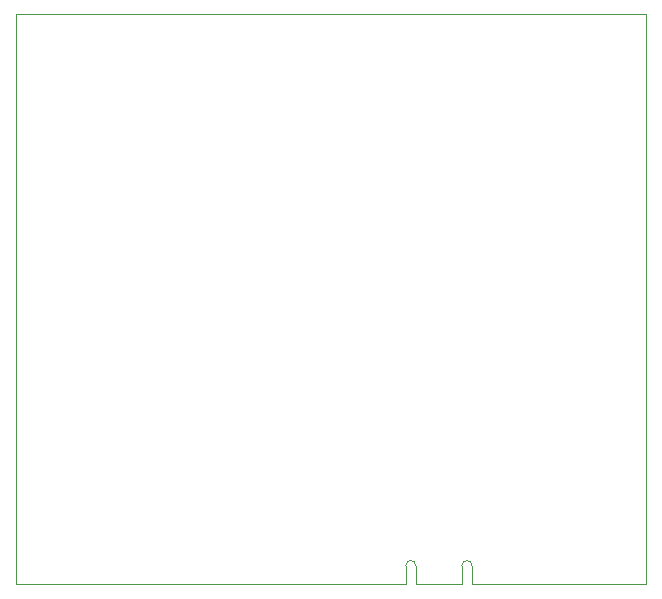
<source format=gm1>
G04 #@! TF.GenerationSoftware,KiCad,Pcbnew,(5.1.10)-1*
G04 #@! TF.CreationDate,2021-12-04T16:44:40+01:00*
G04 #@! TF.ProjectId,nRF52832_development_board_schematic,6e524635-3238-4333-925f-646576656c6f,1*
G04 #@! TF.SameCoordinates,Original*
G04 #@! TF.FileFunction,Profile,NP*
%FSLAX46Y46*%
G04 Gerber Fmt 4.6, Leading zero omitted, Abs format (unit mm)*
G04 Created by KiCad (PCBNEW (5.1.10)-1) date 2021-12-04 16:44:40*
%MOMM*%
%LPD*%
G01*
G04 APERTURE LIST*
G04 #@! TA.AperFunction,Profile*
%ADD10C,0.038100*%
G04 #@! TD*
G04 #@! TA.AperFunction,Profile*
%ADD11C,0.100000*%
G04 #@! TD*
G04 APERTURE END LIST*
D10*
X66040000Y-109220000D02*
X64950000Y-109220000D01*
X57220000Y-109220000D02*
X57450000Y-109220000D01*
X55880000Y-109220000D02*
X57220000Y-109220000D01*
X25400000Y-109220000D02*
X55880000Y-109220000D01*
X78740000Y-109220000D02*
X66040000Y-109220000D01*
X78740000Y-60960000D02*
X78740000Y-109220000D01*
X25400000Y-60960000D02*
X78740000Y-60960000D01*
X25400000Y-109220000D02*
X25400000Y-60960000D01*
D11*
X57450000Y-109220000D02*
X58400000Y-109220000D01*
X58400000Y-107645000D02*
X58400000Y-109220000D01*
X59250000Y-107645000D02*
X59250000Y-109220000D01*
X59250000Y-109220000D02*
X63150000Y-109220000D01*
X63150000Y-107645000D02*
X63150000Y-109220000D01*
X64000000Y-107645000D02*
X64000000Y-109220000D01*
X64000000Y-109220000D02*
X64950000Y-109220000D01*
X59250000Y-107645000D02*
G75*
G03*
X58400000Y-107645000I-425000J0D01*
G01*
X64000000Y-107645000D02*
G75*
G03*
X63150000Y-107645000I-425000J0D01*
G01*
M02*

</source>
